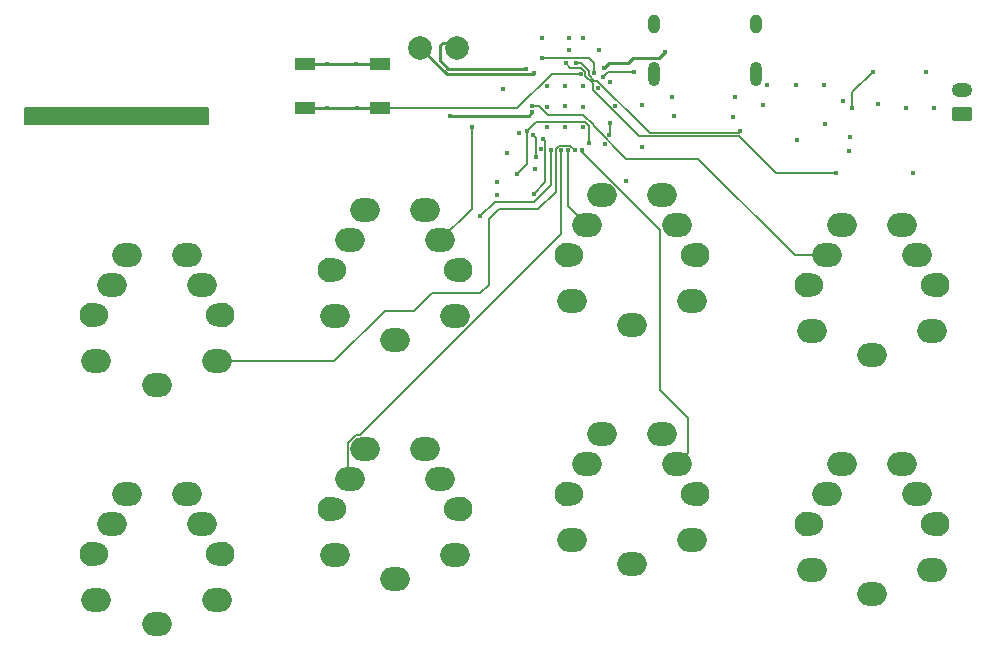
<source format=gbl>
G04 #@! TF.GenerationSoftware,KiCad,Pcbnew,6.0.7-1.fc36*
G04 #@! TF.CreationDate,2022-10-12T21:36:36-05:00*
G04 #@! TF.ProjectId,ardux_mini,61726475-785f-46d6-996e-692e6b696361,rev?*
G04 #@! TF.SameCoordinates,Original*
G04 #@! TF.FileFunction,Copper,L4,Bot*
G04 #@! TF.FilePolarity,Positive*
%FSLAX46Y46*%
G04 Gerber Fmt 4.6, Leading zero omitted, Abs format (unit mm)*
G04 Created by KiCad (PCBNEW 6.0.7-1.fc36) date 2022-10-12 21:36:36*
%MOMM*%
%LPD*%
G01*
G04 APERTURE LIST*
G04 Aperture macros list*
%AMRoundRect*
0 Rectangle with rounded corners*
0 $1 Rounding radius*
0 $2 $3 $4 $5 $6 $7 $8 $9 X,Y pos of 4 corners*
0 Add a 4 corners polygon primitive as box body*
4,1,4,$2,$3,$4,$5,$6,$7,$8,$9,$2,$3,0*
0 Add four circle primitives for the rounded corners*
1,1,$1+$1,$2,$3*
1,1,$1+$1,$4,$5*
1,1,$1+$1,$6,$7*
1,1,$1+$1,$8,$9*
0 Add four rect primitives between the rounded corners*
20,1,$1+$1,$2,$3,$4,$5,0*
20,1,$1+$1,$4,$5,$6,$7,0*
20,1,$1+$1,$6,$7,$8,$9,0*
20,1,$1+$1,$8,$9,$2,$3,0*%
G04 Aperture macros list end*
G04 #@! TA.AperFunction,EtchedComponent*
%ADD10C,0.200000*%
G04 #@! TD*
G04 #@! TA.AperFunction,ComponentPad*
%ADD11RoundRect,0.250000X0.625000X-0.350000X0.625000X0.350000X-0.625000X0.350000X-0.625000X-0.350000X0*%
G04 #@! TD*
G04 #@! TA.AperFunction,ComponentPad*
%ADD12O,1.750000X1.200000*%
G04 #@! TD*
G04 #@! TA.AperFunction,WasherPad*
%ADD13C,2.100000*%
G04 #@! TD*
G04 #@! TA.AperFunction,WasherPad*
%ADD14C,1.900000*%
G04 #@! TD*
G04 #@! TA.AperFunction,ComponentPad*
%ADD15O,2.500000X2.000000*%
G04 #@! TD*
G04 #@! TA.AperFunction,ComponentPad*
%ADD16O,1.000000X1.600000*%
G04 #@! TD*
G04 #@! TA.AperFunction,ComponentPad*
%ADD17O,1.000000X2.100000*%
G04 #@! TD*
G04 #@! TA.AperFunction,ComponentPad*
%ADD18C,0.500000*%
G04 #@! TD*
G04 #@! TA.AperFunction,SMDPad,CuDef*
%ADD19C,2.000000*%
G04 #@! TD*
G04 #@! TA.AperFunction,SMDPad,CuDef*
%ADD20R,1.700000X1.000000*%
G04 #@! TD*
G04 #@! TA.AperFunction,ViaPad*
%ADD21C,0.400000*%
G04 #@! TD*
G04 #@! TA.AperFunction,Conductor*
%ADD22C,0.127000*%
G04 #@! TD*
G04 #@! TA.AperFunction,Conductor*
%ADD23C,0.293370*%
G04 #@! TD*
G04 #@! TA.AperFunction,Conductor*
%ADD24C,0.200000*%
G04 #@! TD*
G04 #@! TA.AperFunction,Conductor*
%ADD25C,0.175006*%
G04 #@! TD*
G04 APERTURE END LIST*
G36*
X31529308Y-22818333D02*
G01*
X16035308Y-22818333D01*
X16035308Y-21463667D01*
X31529308Y-21463667D01*
X31529308Y-22818333D01*
G37*
D10*
X31529308Y-22818333D02*
X16035308Y-22818333D01*
X16035308Y-21463667D01*
X31529308Y-21463667D01*
X31529308Y-22818333D01*
D11*
X95350000Y-21900000D03*
D12*
X95350000Y-19900000D03*
D13*
X52892974Y-55372000D03*
X41892974Y-55372000D03*
D14*
X52472974Y-55372000D03*
X42312974Y-55372000D03*
D15*
X43582974Y-52832000D03*
X42292974Y-59272000D03*
X52492974Y-59272000D03*
X51202974Y-52832000D03*
X44852974Y-50292000D03*
X49932974Y-50292000D03*
X47392974Y-61272000D03*
D14*
X82667974Y-56642000D03*
D13*
X82247974Y-56642000D03*
X93247974Y-56642000D03*
D14*
X92827974Y-56642000D03*
D15*
X92847974Y-60542000D03*
X83937974Y-54102000D03*
X82647974Y-60542000D03*
X91557974Y-54102000D03*
X87747974Y-62542000D03*
X90287974Y-51562000D03*
X85207974Y-51562000D03*
D13*
X21692974Y-59182000D03*
D14*
X22112974Y-59182000D03*
X32272974Y-59182000D03*
D13*
X32692974Y-59182000D03*
D15*
X22092974Y-63082000D03*
X31002974Y-56642000D03*
X23382974Y-56642000D03*
X32292974Y-63082000D03*
X27192974Y-65082000D03*
X24652974Y-54102000D03*
X29732974Y-54102000D03*
D14*
X62347974Y-54102000D03*
D13*
X61927974Y-54102000D03*
X72927974Y-54102000D03*
D14*
X72507974Y-54102000D03*
D15*
X63617974Y-51562000D03*
X62327974Y-58002000D03*
X72527974Y-58002000D03*
X71237974Y-51562000D03*
X64887974Y-49022000D03*
X67427974Y-60002000D03*
X69967974Y-49022000D03*
D14*
X52472974Y-35172000D03*
X42312974Y-35172000D03*
D13*
X41892974Y-35172000D03*
X52892974Y-35172000D03*
D15*
X52492974Y-39072000D03*
X43582974Y-32632000D03*
X51202974Y-32632000D03*
X42292974Y-39072000D03*
X47392974Y-41072000D03*
X44852974Y-30092000D03*
X49932974Y-30092000D03*
D16*
X69282292Y-14341870D03*
D17*
X69282292Y-18521870D03*
D16*
X77922292Y-14341870D03*
D17*
X77922292Y-18521870D03*
D13*
X72927974Y-33902000D03*
X61927974Y-33902000D03*
D14*
X62347974Y-33902000D03*
X72507974Y-33902000D03*
D15*
X71237974Y-31362000D03*
X72527974Y-37802000D03*
X62327974Y-37802000D03*
X63617974Y-31362000D03*
X67427974Y-39802000D03*
X64887974Y-28822000D03*
X69967974Y-28822000D03*
D14*
X92827974Y-36442000D03*
X82667974Y-36442000D03*
D13*
X93247974Y-36442000D03*
X82247974Y-36442000D03*
D15*
X92847974Y-40342000D03*
X83937974Y-33902000D03*
X82647974Y-40342000D03*
X91557974Y-33902000D03*
X90287974Y-31362000D03*
X87747974Y-42342000D03*
X85207974Y-31362000D03*
D13*
X32692974Y-38982000D03*
X21692974Y-38982000D03*
D14*
X22112974Y-38982000D03*
X32272974Y-38982000D03*
D15*
X22092974Y-42882000D03*
X23382974Y-36442000D03*
X31002974Y-36442000D03*
X32292974Y-42882000D03*
X27192974Y-44882000D03*
X29732974Y-33902000D03*
X24652974Y-33902000D03*
D18*
X18129974Y-22141000D03*
X27739974Y-22141000D03*
X26139974Y-22141000D03*
X22939974Y-22141000D03*
X30939974Y-22141000D03*
X24539974Y-22141000D03*
X21339974Y-22141000D03*
X16539974Y-22141000D03*
X29339974Y-22141000D03*
D19*
X52600000Y-16300000D03*
D20*
X46076000Y-21458000D03*
X39776000Y-21458000D03*
X46076000Y-17658000D03*
X39776000Y-17658000D03*
D19*
X49500000Y-16300000D03*
D21*
X70200000Y-16700000D03*
X66025772Y-21274228D03*
X68300000Y-24700000D03*
X65500000Y-23700000D03*
X65600000Y-22700000D03*
X65566731Y-19189543D03*
X54600000Y-30600000D03*
X59100000Y-28700000D03*
X56490000Y-19800000D03*
X58951500Y-21229941D03*
X53900000Y-23000000D03*
X56000000Y-28800000D03*
X56000000Y-27700000D03*
X63800000Y-24400000D03*
X63200000Y-25000000D03*
X62600000Y-25000000D03*
X62000000Y-25000000D03*
X61400000Y-25000000D03*
X60595578Y-24986418D03*
X59900000Y-24039002D03*
X59700000Y-24900000D03*
X65116000Y-24500000D03*
X78900000Y-19500000D03*
X57700000Y-27000000D03*
X58511740Y-23375306D03*
X59300000Y-25600000D03*
X59039998Y-23700000D03*
X66900000Y-27600000D03*
X64543002Y-19700000D03*
X65000000Y-18800000D03*
X67600000Y-18400000D03*
X84700000Y-26900000D03*
X76600000Y-23400000D03*
X61811869Y-17614003D03*
X63100000Y-18535998D03*
X62700000Y-17614003D03*
X64196102Y-18496718D03*
X59800000Y-17200000D03*
X59100000Y-18500000D03*
X58500000Y-18100000D03*
X44142000Y-21458000D03*
X41642000Y-21458000D03*
X44042000Y-17658000D03*
X41642000Y-17658000D03*
X59000000Y-21800000D03*
X52000000Y-22100000D03*
X65100000Y-18000000D03*
X61800000Y-23000000D03*
X60200000Y-23000000D03*
X60200000Y-21300000D03*
X61800000Y-21287500D03*
X63300000Y-23000000D03*
X63300000Y-21300000D03*
X63300000Y-19600000D03*
X61800000Y-19600000D03*
X60200000Y-19600000D03*
X59200000Y-26600000D03*
X57900000Y-23510500D03*
X56864597Y-25274071D03*
X92300000Y-18400000D03*
X64620000Y-16480000D03*
X62120000Y-16480000D03*
X62080000Y-15520000D03*
X63280000Y-15520000D03*
X59780000Y-15520000D03*
X68250753Y-21200000D03*
X70830753Y-20480000D03*
X70950753Y-22100000D03*
X75950753Y-22200000D03*
X78550753Y-21200000D03*
X76150753Y-20500000D03*
X87800000Y-18400000D03*
X86095000Y-21405000D03*
X85800000Y-25100000D03*
X91200000Y-26900000D03*
X93000000Y-21400000D03*
X90600000Y-21400000D03*
X85900000Y-23900000D03*
X83700000Y-19500000D03*
X83800000Y-22800000D03*
X88300000Y-21100000D03*
X85300000Y-20800000D03*
X81300000Y-19500000D03*
X81400000Y-24100000D03*
D22*
X63100000Y-22000000D02*
X60347749Y-22000000D01*
X83937974Y-33902000D02*
X81202000Y-33902000D01*
X81202000Y-33902000D02*
X73000000Y-25700000D01*
X73000000Y-25700000D02*
X66947749Y-25700000D01*
X66947749Y-25700000D02*
X64200000Y-22952251D01*
X64200000Y-22952251D02*
X64200000Y-22900000D01*
X64200000Y-22900000D02*
X63300000Y-22000000D01*
X63300000Y-22000000D02*
X63100000Y-22000000D01*
D23*
X51200000Y-16100000D02*
X51400000Y-15900000D01*
X51200000Y-17400000D02*
X51200000Y-16100000D01*
X51400000Y-15900000D02*
X52200000Y-15900000D01*
X52200000Y-15900000D02*
X52600000Y-16300000D01*
X58500000Y-18100000D02*
X51900000Y-18100000D01*
X51900000Y-18100000D02*
X51200000Y-17400000D01*
X51800000Y-16300000D02*
X52600000Y-16300000D01*
X69701815Y-17198185D02*
X70200000Y-16700000D01*
X67501815Y-17198185D02*
X69701815Y-17198185D01*
X67100000Y-17600000D02*
X67501815Y-17198185D01*
D22*
X65600000Y-23600000D02*
X65500000Y-23700000D01*
X65600000Y-22700000D02*
X65600000Y-23600000D01*
D23*
X67100000Y-17600000D02*
X65500000Y-17600000D01*
X65500000Y-17600000D02*
X65100000Y-18000000D01*
D22*
X55800000Y-29400000D02*
X54600000Y-30600000D01*
X60595578Y-27895578D02*
X60600000Y-27900000D01*
X58900000Y-29400000D02*
X55800000Y-29400000D01*
X60595578Y-24986418D02*
X60595578Y-27895578D01*
X60600000Y-27900000D02*
X59100000Y-29400000D01*
X59100000Y-29400000D02*
X58900000Y-29400000D01*
X60090500Y-27709500D02*
X59100000Y-28700000D01*
X60090500Y-24229502D02*
X60090500Y-27709500D01*
X59900000Y-24039002D02*
X60090500Y-24229502D01*
X63800000Y-24500000D02*
X63800000Y-22947749D01*
X63800000Y-22947749D02*
X63452251Y-22600000D01*
X63452251Y-22600000D02*
X59287046Y-22600000D01*
X59287046Y-22600000D02*
X58511740Y-23375306D01*
X60347749Y-22000000D02*
X59577690Y-21229941D01*
X59577690Y-21229941D02*
X58951500Y-21229941D01*
X69797474Y-45297474D02*
X72200000Y-47700000D01*
X69797474Y-31747951D02*
X69797474Y-45297474D01*
X63200000Y-25150477D02*
X69797474Y-31747951D01*
X63200000Y-25000000D02*
X63200000Y-25150477D01*
X72200000Y-47700000D02*
X72200000Y-50599974D01*
X72200000Y-50599974D02*
X71237974Y-51562000D01*
X62600000Y-25000000D02*
X62209500Y-24609500D01*
X62209500Y-24609500D02*
X61238249Y-24609500D01*
X61238249Y-24609500D02*
X60986078Y-24861671D01*
X56159473Y-30000000D02*
X55300000Y-30859473D01*
X60986078Y-24861671D02*
X60986078Y-28513922D01*
X59500000Y-30000000D02*
X56159473Y-30000000D01*
X60986078Y-28513922D02*
X59500000Y-30000000D01*
X55300000Y-30859473D02*
X55300000Y-36400000D01*
X55300000Y-36400000D02*
X54600000Y-37100000D01*
X54600000Y-37100000D02*
X50500000Y-37100000D01*
X50500000Y-37100000D02*
X49000000Y-38600000D01*
X49000000Y-38600000D02*
X46500000Y-38600000D01*
X46500000Y-38600000D02*
X42218000Y-42882000D01*
X42218000Y-42882000D02*
X32292974Y-42882000D01*
X62000000Y-25000000D02*
X62000000Y-29744026D01*
X62000000Y-29744026D02*
X63617974Y-31362000D01*
X61400000Y-25000000D02*
X61400000Y-32098595D01*
X43412474Y-52661500D02*
X43582974Y-52832000D01*
X61400000Y-32098595D02*
X44397095Y-49101500D01*
X44397095Y-49101500D02*
X44109853Y-49101500D01*
X44109853Y-49101500D02*
X43412474Y-49798879D01*
X43412474Y-49798879D02*
X43412474Y-52661500D01*
D23*
X46042000Y-17658000D02*
X46076000Y-17658000D01*
D22*
X53900000Y-29934974D02*
X51202974Y-32632000D01*
X53900000Y-23000000D02*
X53900000Y-29934974D01*
X58511740Y-26188260D02*
X57700000Y-27000000D01*
X58511740Y-23375306D02*
X58511740Y-26188260D01*
X59300000Y-23960002D02*
X59300000Y-25600000D01*
X59039998Y-23700000D02*
X59300000Y-23960002D01*
X68547133Y-23151880D02*
X68447627Y-23052373D01*
X68447627Y-23052373D02*
X64495253Y-19100000D01*
X68447627Y-23052373D02*
X68931754Y-23536500D01*
X68931754Y-23536500D02*
X76463500Y-23536500D01*
X76463500Y-23536500D02*
X76600000Y-23400000D01*
X63490500Y-18609500D02*
X63490500Y-18709500D01*
X63490500Y-18609500D02*
X63490500Y-18702577D01*
X63490500Y-18374247D02*
X63490500Y-18609500D01*
X63490500Y-18702577D02*
X64100000Y-19312077D01*
X64100000Y-19312077D02*
X64100000Y-19900000D01*
X64100000Y-19900000D02*
X67990500Y-23790500D01*
X79600000Y-26900000D02*
X84700000Y-26900000D01*
X67990500Y-23790500D02*
X76490500Y-23790500D01*
X76490500Y-23790500D02*
X79600000Y-26900000D01*
X64495253Y-19100000D02*
X64247133Y-19100000D01*
X64247133Y-19100000D02*
X63800000Y-18652867D01*
X63800000Y-18324537D02*
X63089466Y-17614003D01*
X63800000Y-18652867D02*
X63800000Y-18324537D01*
X63089466Y-17614003D02*
X62700000Y-17614003D01*
D24*
X67600000Y-18400000D02*
X65400000Y-18400000D01*
X65400000Y-18400000D02*
X65000000Y-18800000D01*
D25*
X56842000Y-21458000D02*
X56058000Y-21458000D01*
X56058000Y-21458000D02*
X46076000Y-21458000D01*
D24*
X63100000Y-18535998D02*
X60660132Y-18535998D01*
X60660132Y-18535998D02*
X57738130Y-21458000D01*
X57738130Y-21458000D02*
X56058000Y-21458000D01*
D22*
X64196102Y-17596102D02*
X63800000Y-17200000D01*
X64196102Y-18496718D02*
X64196102Y-17596102D01*
X63800000Y-17200000D02*
X62899384Y-17200000D01*
X63120756Y-18004503D02*
X63490500Y-18374247D01*
X62202369Y-18004503D02*
X63120756Y-18004503D01*
X61811869Y-17614003D02*
X62202369Y-18004503D01*
D25*
X59800000Y-17200000D02*
X62899384Y-17200000D01*
D23*
X52021000Y-15900000D02*
X52421000Y-16300000D01*
X59100000Y-18500000D02*
X59026315Y-18573685D01*
X59026315Y-18573685D02*
X51773685Y-18573685D01*
X51773685Y-18573685D02*
X49500000Y-16300000D01*
X46076000Y-21458000D02*
X39776000Y-21458000D01*
X39776000Y-17658000D02*
X46076000Y-17658000D01*
X52000000Y-22100000D02*
X58700000Y-22100000D01*
X58700000Y-22100000D02*
X59000000Y-21800000D01*
D24*
X87800000Y-18400000D02*
X86095000Y-20105000D01*
X86095000Y-20105000D02*
X86095000Y-21405000D01*
M02*

</source>
